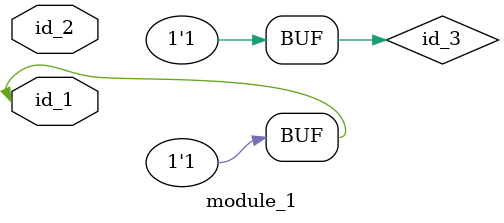
<source format=v>
module module_0 (
    id_1,
    id_2,
    id_3,
    id_4,
    id_5,
    id_6,
    id_7,
    id_8
);
  output wire id_8;
  output wire id_7;
  inout wire id_6;
  output wire id_5;
  inout wire id_4;
  input wire id_3;
  inout wire id_2;
  input wire id_1;
  wire id_9;
  wire id_10;
  wire id_11;
endmodule
module module_1 (
    id_1,
    id_2
);
  input wire id_2;
  inout wire id_1;
  wor id_3;
  assign id_1 = 1 << id_1;
  wire id_4;
  assign id_1 = id_3;
  assign id_1 = 1;
  wire id_5;
  module_0 modCall_1 (
      id_4,
      id_4,
      id_5,
      id_4,
      id_4,
      id_4,
      id_1,
      id_5
  );
endmodule

</source>
